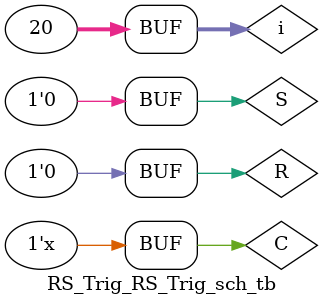
<source format=v>

`timescale 1ns / 1ps

module RS_Trig_RS_Trig_sch_tb();

// Inputs
   reg C;
   reg R;
   reg S;

// Output
   wire Q;
   wire Qn;
   wire Y;

// Bidirs

// Instantiate the UUT
   RS_Trig UUT (
		.C(C), 
		.R(R), 
		.S(S), 
		.Q(Q), 
		.Qn(Qn), 
		.Y(Y)
   );
// Initialize Inputs
integer i = 0;
      initial begin
		C = 0;
		R = 0;
		S = 0;
		#40;
		R = 1;
		S = 0;
		#70;
		R = 0;
		#130;
		S = 1;
		#30;
		S = 0;
		#40;
		R = 1;
		#10;
		R = 0;
		#50;
		R = 1;
		#40;
		R = 0;
		#50;
		S = 1;
		#10;
		S = 0;
		#90;
		R = 1;
		#10;
		R = 0;
		#10;
		S = 1;
		#10;
		S = 0;
		#40;
		R = 1;
		#30;
		S = 1;
		#10;
		R = 0;
		#10;
		S = 0;
		end
		always@*
			for(i = 0; i<20; i=i+1)begin
				#50;
				C <= ~C;
			end
endmodule

</source>
